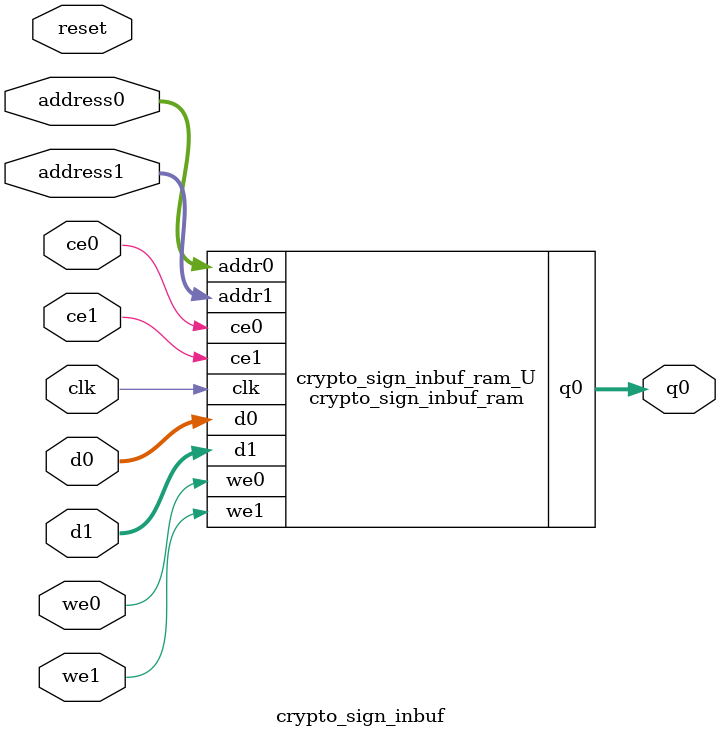
<source format=v>

`timescale 1 ns / 1 ps
module crypto_sign_inbuf_ram (addr0, ce0, d0, we0, q0, addr1, ce1, d1, we1,  clk);

parameter DWIDTH = 8;
parameter AWIDTH = 7;
parameter MEM_SIZE = 82;

input[AWIDTH-1:0] addr0;
input ce0;
input[DWIDTH-1:0] d0;
input we0;
output reg[DWIDTH-1:0] q0;
input[AWIDTH-1:0] addr1;
input ce1;
input[DWIDTH-1:0] d1;
input we1;
input clk;

(* ram_style = "block" *)reg [DWIDTH-1:0] ram[0:MEM_SIZE-1];




always @(posedge clk)  
begin 
    if (ce0) 
    begin
        if (we0) 
        begin 
            ram[addr0] <= d0; 
            q0 <= d0;
        end 
        else 
            q0 <= ram[addr0];
    end
end


always @(posedge clk)  
begin 
    if (ce1) 
    begin
        if (we1) 
        begin 
            ram[addr1] <= d1; 
        end 
    end
end


endmodule


`timescale 1 ns / 1 ps
module crypto_sign_inbuf(
    reset,
    clk,
    address0,
    ce0,
    we0,
    d0,
    q0,
    address1,
    ce1,
    we1,
    d1);

parameter DataWidth = 32'd8;
parameter AddressRange = 32'd82;
parameter AddressWidth = 32'd7;
input reset;
input clk;
input[AddressWidth - 1:0] address0;
input ce0;
input we0;
input[DataWidth - 1:0] d0;
output[DataWidth - 1:0] q0;
input[AddressWidth - 1:0] address1;
input ce1;
input we1;
input[DataWidth - 1:0] d1;



crypto_sign_inbuf_ram crypto_sign_inbuf_ram_U(
    .clk( clk ),
    .addr0( address0 ),
    .ce0( ce0 ),
    .we0( we0 ),
    .d0( d0 ),
    .q0( q0 ),
    .addr1( address1 ),
    .ce1( ce1 ),
    .we1( we1 ),
    .d1( d1 ));

endmodule


</source>
